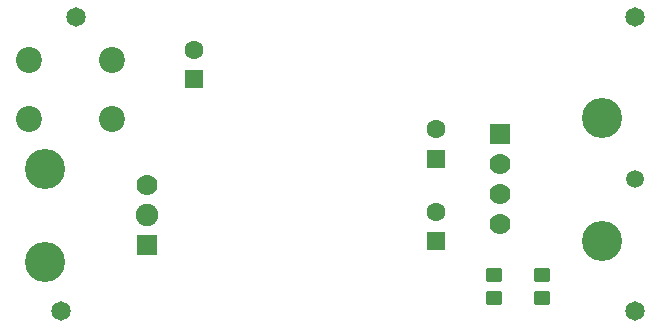
<source format=gbs>
%TF.GenerationSoftware,KiCad,Pcbnew,9.0.7-9.0.7~ubuntu24.04.1*%
%TF.CreationDate,2026-01-24T21:38:09-08:00*%
%TF.ProjectId,BeamBreak-v1,4265616d-4272-4656-916b-2d76312e6b69,1*%
%TF.SameCoordinates,Original*%
%TF.FileFunction,Soldermask,Bot*%
%TF.FilePolarity,Negative*%
%FSLAX46Y46*%
G04 Gerber Fmt 4.6, Leading zero omitted, Abs format (unit mm)*
G04 Created by KiCad (PCBNEW 9.0.7-9.0.7~ubuntu24.04.1) date 2026-01-24 21:38:09*
%MOMM*%
%LPD*%
G01*
G04 APERTURE LIST*
G04 Aperture macros list*
%AMRoundRect*
0 Rectangle with rounded corners*
0 $1 Rounding radius*
0 $2 $3 $4 $5 $6 $7 $8 $9 X,Y pos of 4 corners*
0 Add a 4 corners polygon primitive as box body*
4,1,4,$2,$3,$4,$5,$6,$7,$8,$9,$2,$3,0*
0 Add four circle primitives for the rounded corners*
1,1,$1+$1,$2,$3*
1,1,$1+$1,$4,$5*
1,1,$1+$1,$6,$7*
1,1,$1+$1,$8,$9*
0 Add four rect primitives between the rounded corners*
20,1,$1+$1,$2,$3,$4,$5,0*
20,1,$1+$1,$4,$5,$6,$7,0*
20,1,$1+$1,$6,$7,$8,$9,0*
20,1,$1+$1,$8,$9,$2,$3,0*%
G04 Aperture macros list end*
%ADD10C,1.648000*%
%ADD11RoundRect,0.250000X0.550000X-0.550000X0.550000X0.550000X-0.550000X0.550000X-0.550000X-0.550000X0*%
%ADD12C,1.600000*%
%ADD13C,3.400000*%
%ADD14C,1.500000*%
%ADD15R,1.778000X1.778000*%
%ADD16C,1.778000*%
%ADD17C,2.200000*%
%ADD18C,1.905000*%
%ADD19RoundRect,0.250000X-0.450000X0.350000X-0.450000X-0.350000X0.450000X-0.350000X0.450000X0.350000X0*%
G04 APERTURE END LIST*
D10*
%TO.C,H2*%
X168503600Y-97282000D03*
%TD*%
D11*
%TO.C,C7*%
X199021379Y-116245400D03*
D12*
X199021379Y-113745400D03*
%TD*%
D13*
%TO.C,J2*%
X213059200Y-116208000D03*
D14*
X215874600Y-110998000D03*
D13*
X213059200Y-105788000D03*
D15*
X204419200Y-107188000D03*
D16*
X204419200Y-109728000D03*
X204419200Y-112268000D03*
X204419200Y-114808000D03*
%TD*%
D10*
%TO.C,H4*%
X215874600Y-122174000D03*
%TD*%
D17*
%TO.C,J1*%
X171536000Y-100878000D03*
X164510600Y-100878000D03*
X171536000Y-105878000D03*
X164536000Y-105878000D03*
%TD*%
D11*
%TO.C,C2*%
X178522620Y-102514400D03*
D12*
X178522620Y-100014400D03*
%TD*%
D13*
%TO.C,J3*%
X165858000Y-117986000D03*
X165858000Y-110106000D03*
D15*
X174498000Y-116586000D03*
D18*
X174498000Y-114046000D03*
D16*
X174498000Y-111506000D03*
%TD*%
D10*
%TO.C,H3*%
X167233600Y-122174000D03*
%TD*%
D11*
%TO.C,C6*%
X199020420Y-109245400D03*
D12*
X199020420Y-106745400D03*
%TD*%
D10*
%TO.C,H1*%
X215874600Y-97282000D03*
%TD*%
D19*
%TO.C,R13*%
X203885800Y-119065800D03*
X203885800Y-121065800D03*
%TD*%
%TO.C,R12*%
X207949800Y-119065800D03*
X207949800Y-121065800D03*
%TD*%
M02*

</source>
